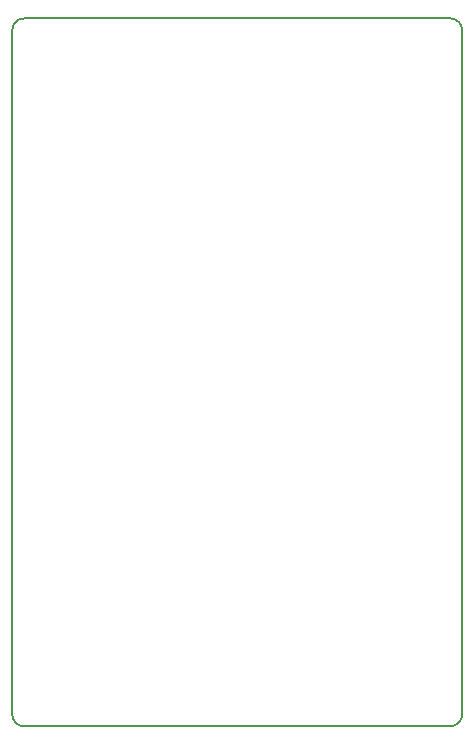
<source format=gbr>
G04 #@! TF.FileFunction,Profile,NP*
%FSLAX46Y46*%
G04 Gerber Fmt 4.6, Leading zero omitted, Abs format (unit mm)*
G04 Created by KiCad (PCBNEW 4.0.7) date 04/29/18 15:59:50*
%MOMM*%
%LPD*%
G01*
G04 APERTURE LIST*
%ADD10C,0.100000*%
%ADD11C,0.150000*%
G04 APERTURE END LIST*
D10*
D11*
X202184000Y-81788000D02*
X166116000Y-81788000D01*
X202184000Y-141732000D02*
X166116000Y-141732000D01*
X166116000Y-81788000D02*
G75*
G03X165100000Y-82804000I0J-1016000D01*
G01*
X165100000Y-140716000D02*
X165100000Y-82804000D01*
X203200000Y-82804000D02*
G75*
G03X202184000Y-81788000I-1016000J0D01*
G01*
X165100000Y-140716000D02*
G75*
G03X166116000Y-141732000I1016000J0D01*
G01*
X202184000Y-141732000D02*
G75*
G03X203200000Y-140716000I0J1016000D01*
G01*
X203200000Y-140716000D02*
X203200000Y-82804000D01*
M02*

</source>
